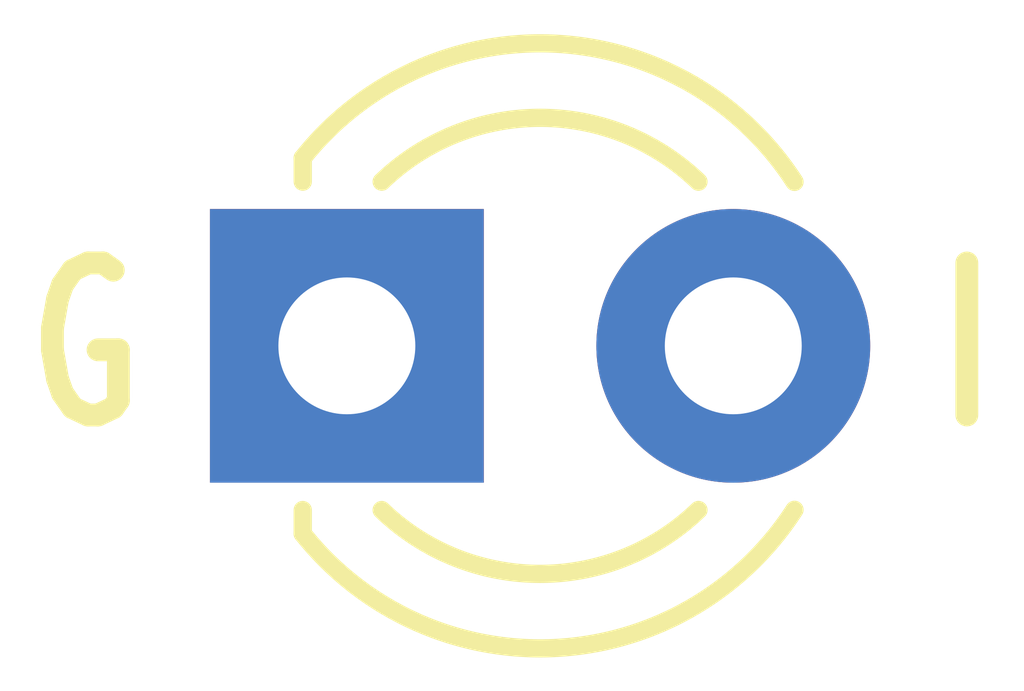
<source format=kicad_pcb>
(kicad_pcb (version 20171130) (host pcbnew "(5.1.9-0-10_14)")

  (general
    (thickness 1.6)
    (drawings 2)
    (tracks 0)
    (zones 0)
    (modules 1)
    (nets 3)
  )

  (page A4)
  (layers
    (0 F.Cu signal)
    (31 B.Cu signal)
    (32 B.Adhes user)
    (33 F.Adhes user)
    (34 B.Paste user)
    (35 F.Paste user)
    (36 B.SilkS user)
    (37 F.SilkS user)
    (38 B.Mask user)
    (39 F.Mask user)
    (40 Dwgs.User user)
    (41 Cmts.User user)
    (42 Eco1.User user)
    (43 Eco2.User user)
    (44 Edge.Cuts user)
    (45 Margin user)
    (46 B.CrtYd user hide)
    (47 F.CrtYd user hide)
    (48 B.Fab user hide)
    (49 F.Fab user hide)
  )

  (setup
    (last_trace_width 0.1524)
    (user_trace_width 0.1524)
    (user_trace_width 0.254)
    (user_trace_width 0.4064)
    (user_trace_width 0.635)
    (trace_clearance 0.1524)
    (zone_clearance 0.508)
    (zone_45_only no)
    (trace_min 0.1524)
    (via_size 0.6858)
    (via_drill 0.3048)
    (via_min_size 0.6858)
    (via_min_drill 0.3048)
    (uvia_size 0.3048)
    (uvia_drill 0.1524)
    (uvias_allowed no)
    (uvia_min_size 0.2)
    (uvia_min_drill 0.1)
    (edge_width 0.15)
    (segment_width 0.15)
    (pcb_text_width 0.3)
    (pcb_text_size 1.5 1.5)
    (mod_edge_width 0.15)
    (mod_text_size 1 1)
    (mod_text_width 0.15)
    (pad_size 1.524 1.524)
    (pad_drill 0.762)
    (pad_to_mask_clearance 0.2)
    (aux_axis_origin 0 0)
    (visible_elements FFFFFF7F)
    (pcbplotparams
      (layerselection 0x010fc_ffffffff)
      (usegerberextensions false)
      (usegerberattributes false)
      (usegerberadvancedattributes false)
      (creategerberjobfile false)
      (excludeedgelayer true)
      (linewidth 0.100000)
      (plotframeref false)
      (viasonmask false)
      (mode 1)
      (useauxorigin false)
      (hpglpennumber 1)
      (hpglpenspeed 20)
      (hpglpendiameter 15.000000)
      (psnegative false)
      (psa4output false)
      (plotreference true)
      (plotvalue true)
      (plotinvisibletext false)
      (padsonsilk false)
      (subtractmaskfromsilk false)
      (outputformat 1)
      (mirror false)
      (drillshape 1)
      (scaleselection 1)
      (outputdirectory ""))
  )

  (net 0 "")
  (net 1 GND)
  (net 2 "Net-(D1-Pad2)")

  (net_class Default "This is the default net class."
    (clearance 0.1524)
    (trace_width 0.1524)
    (via_dia 0.6858)
    (via_drill 0.3048)
    (uvia_dia 0.3048)
    (uvia_drill 0.1524)
    (diff_pair_width 0.1524)
    (diff_pair_gap 0.1524)
    (add_net GND)
    (add_net "Net-(D1-Pad2)")
  )

  (module LED_THT:LED_D3.0mm (layer F.Cu) (tedit 587A3A7B) (tstamp 608ACE48)
    (at 0 0)
    (descr "LED, diameter 3.0mm, 2 pins")
    (tags "LED diameter 3.0mm 2 pins")
    (path /5FD62DCA)
    (fp_text reference D1 (at 1.27 -2.96) (layer F.SilkS) hide
      (effects (font (size 1 1) (thickness 0.15)))
    )
    (fp_text value LED (at 1.27 2.96) (layer F.Fab)
      (effects (font (size 1 1) (thickness 0.15)))
    )
    (fp_line (start 3.7 -2.25) (end -1.15 -2.25) (layer F.CrtYd) (width 0.05))
    (fp_line (start 3.7 2.25) (end 3.7 -2.25) (layer F.CrtYd) (width 0.05))
    (fp_line (start -1.15 2.25) (end 3.7 2.25) (layer F.CrtYd) (width 0.05))
    (fp_line (start -1.15 -2.25) (end -1.15 2.25) (layer F.CrtYd) (width 0.05))
    (fp_line (start -0.29 1.08) (end -0.29 1.236) (layer F.SilkS) (width 0.12))
    (fp_line (start -0.29 -1.236) (end -0.29 -1.08) (layer F.SilkS) (width 0.12))
    (fp_line (start -0.23 -1.16619) (end -0.23 1.16619) (layer F.Fab) (width 0.1))
    (fp_circle (center 1.27 0) (end 2.77 0) (layer F.Fab) (width 0.1))
    (fp_arc (start 1.27 0) (end -0.23 -1.16619) (angle 284.3) (layer F.Fab) (width 0.1))
    (fp_arc (start 1.27 0) (end -0.29 -1.235516) (angle 108.8) (layer F.SilkS) (width 0.12))
    (fp_arc (start 1.27 0) (end -0.29 1.235516) (angle -108.8) (layer F.SilkS) (width 0.12))
    (fp_arc (start 1.27 0) (end 0.229039 -1.08) (angle 87.9) (layer F.SilkS) (width 0.12))
    (fp_arc (start 1.27 0) (end 0.229039 1.08) (angle -87.9) (layer F.SilkS) (width 0.12))
    (pad 1 thru_hole rect (at 0 0) (size 1.8 1.8) (drill 0.9) (layers *.Cu *.Mask)
      (net 1 GND))
    (pad 2 thru_hole circle (at 2.54 0) (size 1.8 1.8) (drill 0.9) (layers *.Cu *.Mask)
      (net 2 "Net-(D1-Pad2)"))
    (model ${KISYS3DMOD}/LED_THT.3dshapes/LED_D3.0mm.wrl
      (at (xyz 0 0 0))
      (scale (xyz 1 1 1))
      (rotate (xyz 0 0 0))
    )
  )

  (gr_text I (at 3.81 0) (layer F.SilkS) (tstamp 608ACEAC)
    (effects (font (size 1 0.7) (thickness 0.15)) (justify left))
  )
  (gr_text G (at -1.27 0) (layer F.SilkS)
    (effects (font (size 1 0.7) (thickness 0.15)) (justify right))
  )

)

</source>
